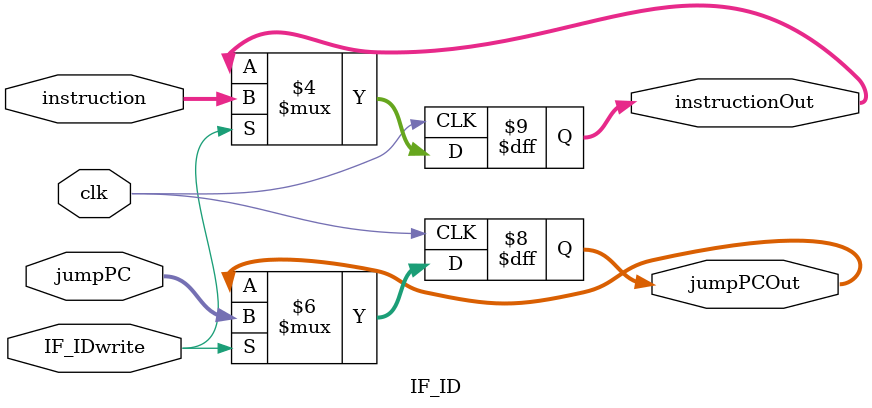
<source format=v>
module IF_ID #(parameter WIDTH = 32)(clk, IF_IDwrite, jumpPC, instruction, jumpPCOut, instructionOut);
	
	input clk, IF_IDwrite;
	input [WIDTH - 1 : 0] jumpPC, instruction;
	output reg [WIDTH - 1 : 0] jumpPCOut, instructionOut;

	initial begin
		jumpPCOut = 0;
		instructionOut = 0;
	end

	always@(posedge clk) begin
		if (IF_IDwrite == 1) begin
			jumpPCOut <= jumpPC;
			instructionOut <= instruction;
		end
	end
endmodule
</source>
